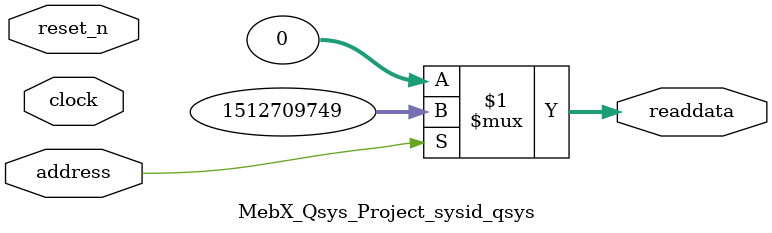
<source format=v>



// synthesis translate_off
`timescale 1ns / 1ps
// synthesis translate_on

// turn off superfluous verilog processor warnings 
// altera message_level Level1 
// altera message_off 10034 10035 10036 10037 10230 10240 10030 

module MebX_Qsys_Project_sysid_qsys (
               // inputs:
                address,
                clock,
                reset_n,

               // outputs:
                readdata
             )
;

  output  [ 31: 0] readdata;
  input            address;
  input            clock;
  input            reset_n;

  wire    [ 31: 0] readdata;
  //control_slave, which is an e_avalon_slave
  assign readdata = address ? 1512709749 : 0;

endmodule



</source>
